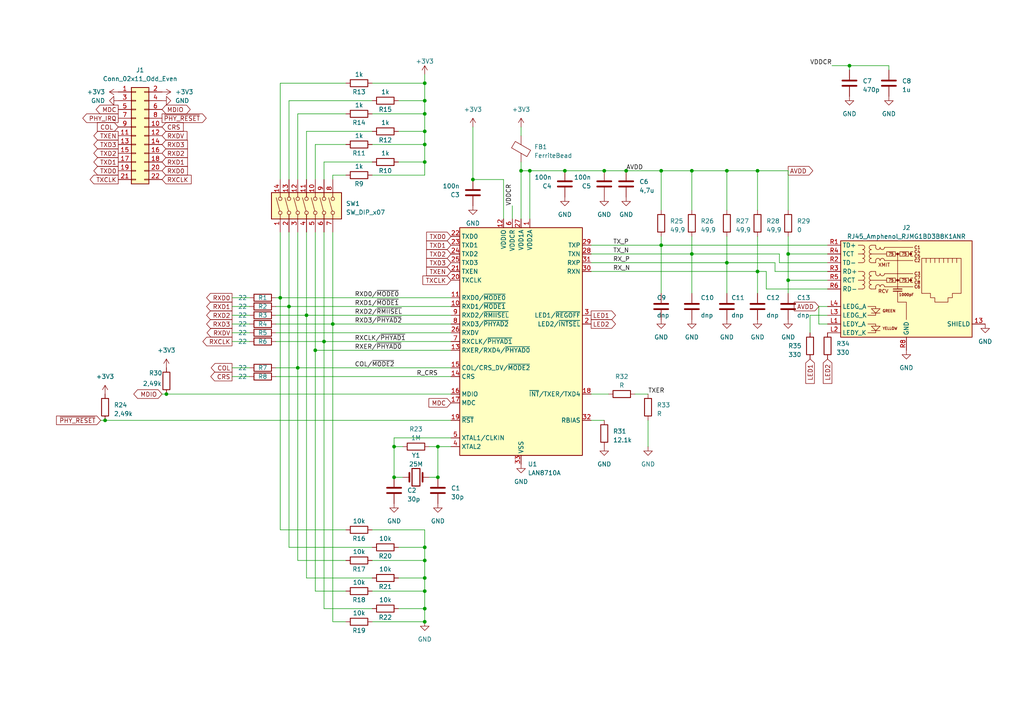
<source format=kicad_sch>
(kicad_sch (version 20231120) (generator "eeschema") (generator_version "8.0")
  (paper "A4")
  (lib_symbols
    (symbol "Connector:RJ45_Amphenol_RJMG1BD3B8K1ANR"
      (property "Reference" "J" (at 19.05 15.24 0))
      (property "Value" "RJ45_Amphenol_RJMG1BD3B8K1ANR" (at -19.05 15.24 0))
      (symbol "RJ45_Amphenol_RJMG1BD3B8K1ANR_0_0"
        (circle (center -2.54 2.54) (radius 0.254) (stroke (width 0.254)) (fill (type outline)))
        (circle (center -2.54 10.16) (radius 0.254) (stroke (width 0.254)) (fill (type outline)))
        (polyline (pts (xy -7.62 -12.065) (xy -10.16 -12.065)))
        (polyline (pts (xy -7.62 -6.985) (xy -10.16 -6.985)))
        (polyline (pts (xy -2.54 10.16) (xy -2.54 0)))
        (polyline (pts (xy -1.27 -0.635) (xy -3.81 -0.635)) (stroke (width 0.254)))
        (polyline (pts (xy -1.27 0) (xy -3.81 0)) (stroke (width 0.254)))
        (polyline (pts (xy 1.27 2.54) (xy 0.635 2.54)))
        (polyline (pts (xy 1.27 10.16) (xy 0.635 10.16)))
        (polyline (pts (xy -11.176 -12.7) (xy -8.89 -12.7) (xy -8.89 -12.065)))
        (polyline (pts (xy -11.176 -10.16) (xy -8.89 -10.16) (xy -8.89 -10.795)))
        (polyline (pts (xy -11.176 -5.08) (xy -8.89 -5.08) (xy -8.89 -5.715)))
        (polyline (pts (xy -8.89 -6.985) (xy -8.89 -7.62) (xy -11.176 -7.62)))
        (polyline (pts (xy -10.16 -5.715) (xy -7.62 -5.715) (xy -8.89 -6.985) (xy -10.16 -5.715)))
        (polyline (pts (xy -7.62 -10.795) (xy -10.16 -10.795) (xy -8.89 -12.065) (xy -7.62 -10.795)))
        (polyline (pts (xy -2.54 -0.635) (xy -2.54 -3.81) (xy 0 -3.81) (xy 0 -8.89)))
        (polyline (pts (xy 1.905 3.175) (xy 1.27 3.175) (xy 1.27 1.905) (xy 1.905 1.905)))
        (polyline (pts (xy 1.905 10.795) (xy 1.27 10.795) (xy 1.27 9.525) (xy 1.905 9.525)))
        (circle (center 1.27 2.54) (radius 0.254) (stroke (width 0.254)) (fill (type outline)))
        (circle (center 1.27 10.16) (radius 0.254) (stroke (width 0.254)) (fill (type outline)))
        (text "1000pF" (at 0 -1.651 0) (effects (font (size 0.762 0.762))))
        (text "75" (at -4.445 2.54 0) (effects (font (size 0.762 0.762))))
        (text "75" (at -4.445 10.16 0) (effects (font (size 0.762 0.762))))
        (text "75" (at -0.635 2.54 0) (effects (font (size 0.762 0.762))))
        (text "75" (at -0.635 10.16 0) (effects (font (size 0.762 0.762))))
        (text "C1" (at 3.175 12.065 0) (effects (font (size 0.889 0.889))))
        (text "C2" (at 3.175 8.255 0) (effects (font (size 0.889 0.889))))
        (text "C3" (at 3.175 4.445 0) (effects (font (size 0.889 0.889))))
        (text "C4" (at 3.175 10.795 0) (effects (font (size 0.889 0.889))))
        (text "C5" (at 3.175 9.525 0) (effects (font (size 0.889 0.889))))
        (text "C6" (at 3.175 0.635 0) (effects (font (size 0.889 0.889))))
        (text "C7" (at 3.175 3.175 0) (effects (font (size 0.889 0.889))))
        (text "C8" (at 3.175 1.905 0) (effects (font (size 0.889 0.889))))
        (text "GREEN" (at -6.985 -6.35 0) (effects (font (size 0.762 0.762)) (justify left)))
        (text "RCV" (at -8.255 -0.635 0) (effects (font (size 1.016 1.016)) (justify left)))
        (text "XMIT" (at -8.255 6.985 0) (effects (font (size 1.016 1.016)) (justify left)))
        (text "YELLOW" (at -6.985 -11.43 0) (effects (font (size 0.762 0.762)) (justify left)))
      )
      (symbol "RJ45_Amphenol_RJMG1BD3B8K1ANR_0_1"
        (rectangle (start -19.05 -13.97) (end 19.05 13.97) (stroke (width 0.254)) (fill (type background)))
        (arc (start -12.7 0) (mid -12.0677 0.635) (end -12.7 1.27))
        (arc (start -12.7 1.27) (mid -12.0677 1.905) (end -12.7 2.54))
        (arc (start -12.7 2.54) (mid -12.0677 3.175) (end -12.7 3.81))
        (arc (start -12.7 3.81) (mid -12.0677 4.445) (end -12.7 5.08))
        (arc (start -12.7 7.62) (mid -12.0677 8.255) (end -12.7 8.89))
        (arc (start -12.7 8.89) (mid -12.0677 9.525) (end -12.7 10.16))
        (arc (start -12.7 10.16) (mid -12.0677 10.795) (end -12.7 11.43))
        (arc (start -12.7 11.43) (mid -12.0677 12.065) (end -12.7 12.7))
        (arc (start -10.16 1.27) (mid -10.7923 0.635) (end -10.16 0))
        (arc (start -10.16 2.54) (mid -10.7923 1.905) (end -10.16 1.27))
        (arc (start -10.16 3.81) (mid -10.7923 3.175) (end -10.16 2.54))
        (arc (start -10.16 5.08) (mid -10.7923 4.445) (end -10.16 3.81))
        (arc (start -10.16 8.89) (mid -10.7923 8.255) (end -10.16 7.62))
        (arc (start -10.16 10.16) (mid -10.7923 9.525) (end -10.16 8.89))
        (arc (start -10.16 11.43) (mid -10.7923 10.795) (end -10.16 10.16))
        (arc (start -10.16 12.7) (mid -10.7923 12.065) (end -10.16 11.43))
        (arc (start -8.89 4.445) (mid -8.255 3.8127) (end -7.62 4.445))
        (arc (start -8.89 12.065) (mid -8.255 11.4327) (end -7.62 12.065))
        (arc (start -7.62 0.635) (mid -8.255 1.2673) (end -8.89 0.635))
        (arc (start -7.62 4.445) (mid -6.985 3.8127) (end -6.35 4.445))
        (arc (start -7.62 8.255) (mid -8.255 8.8873) (end -8.89 8.255))
        (arc (start -7.62 12.065) (mid -6.985 11.4327) (end -6.35 12.065))
        (arc (start -6.35 0.635) (mid -6.985 1.2673) (end -7.62 0.635))
        (arc (start -6.35 8.255) (mid -6.985 8.8873) (end -7.62 8.255))
        (rectangle (start -5.715 3.175) (end -3.175 1.905))
        (rectangle (start -5.715 10.795) (end -3.175 9.525))
        (rectangle (start -1.905 3.175) (end 0.635 1.905))
        (rectangle (start -1.905 10.795) (end 0.635 9.525))
        (polyline (pts (xy -12.7 0) (xy -13.97 0)))
        (polyline (pts (xy -12.7 2.54) (xy -13.97 2.54)))
        (polyline (pts (xy -12.7 5.08) (xy -13.97 5.08)))
        (polyline (pts (xy -12.7 7.62) (xy -13.97 7.62)))
        (polyline (pts (xy -12.7 10.16) (xy -13.97 10.16)))
        (polyline (pts (xy -12.7 12.7) (xy -13.97 12.7)))
        (polyline (pts (xy -6.35 0.635) (xy 1.905 0.635)))
        (polyline (pts (xy -6.35 4.445) (xy 1.905 4.445)))
        (polyline (pts (xy -6.35 8.255) (xy 1.905 8.255)))
        (polyline (pts (xy -6.35 12.065) (xy 1.905 12.065)))
        (polyline (pts (xy -5.715 2.54) (xy -10.16 2.54)))
        (polyline (pts (xy -5.715 10.16) (xy -10.16 10.16)))
        (polyline (pts (xy -3.175 2.54) (xy -1.905 2.54)))
        (polyline (pts (xy -3.175 10.16) (xy -1.905 10.16)))
        (polyline (pts (xy 5.715 7.62) (xy 5.715 8.89)))
        (polyline (pts (xy 6.985 8.89) (xy 6.985 7.62)))
        (polyline (pts (xy 8.255 8.89) (xy 8.255 7.62)))
        (polyline (pts (xy 9.525 8.89) (xy 9.525 7.62)))
        (polyline (pts (xy 10.795 8.89) (xy 10.795 7.62)))
        (polyline (pts (xy 12.065 8.89) (xy 12.065 7.62)))
        (polyline (pts (xy 13.335 7.62) (xy 13.335 8.89)))
        (polyline (pts (xy 14.605 7.62) (xy 14.605 8.89)))
        (polyline (pts (xy -10.16 5.08) (xy -8.89 5.08) (xy -8.89 4.445)))
        (polyline (pts (xy -10.16 12.7) (xy -8.89 12.7) (xy -8.89 12.065)))
        (polyline (pts (xy -8.89 0.635) (xy -8.89 0) (xy -10.16 0)))
        (polyline (pts (xy -8.89 8.255) (xy -8.89 7.62) (xy -10.16 7.62)))
        (polyline (pts (xy 4.445 8.89) (xy 15.875 8.89) (xy 15.875 -1.27) (xy 13.335 -1.27) (xy 13.335 -2.54) (xy 12.065 -2.54) (xy 12.065 -3.81) (xy 8.255 -3.81) (xy 8.255 -2.54) (xy 6.985 -2.54) (xy 6.985 -1.27) (xy 4.445 -1.27) (xy 4.445 8.89)))
      )
      (symbol "RJ45_Amphenol_RJMG1BD3B8K1ANR_1_1"
        (pin passive line (at 22.86 -10.16 180) (length 3.81) (name "SHIELD") (number "13"))
        (pin passive line (at -22.86 -10.16 0) (length 3.81) (name "LEDY_A") (number "L1"))
        (pin passive line (at -22.86 -12.7 0) (length 3.81) (name "LEDY_K") (number "L2"))
        (pin passive line (at -22.86 -7.62 0) (length 3.81) (name "LEDG_K") (number "L3"))
        (pin passive line (at -22.86 -5.08 0) (length 3.81) (name "LEDG_A") (number "L4"))
        (pin passive line (at -22.86 12.7 0) (length 3.81) (name "TD+") (number "R1"))
        (pin passive line (at -22.86 7.62 0) (length 3.81) (name "TD-") (number "R2"))
        (pin passive line (at -22.86 5.08 0) (length 3.81) (name "RD+") (number "R3"))
        (pin passive line (at -22.86 10.16 0) (length 3.81) (name "TCT") (number "R4"))
        (pin passive line (at -22.86 2.54 0) (length 3.81) (name "RCT") (number "R5"))
        (pin passive line (at -22.86 0 0) (length 3.81) (name "RD-") (number "R6"))
        (pin no_connect line (at 5.08 -5.08 0) (length 0) hide (name "NC") (number "R7"))
        (pin power_in line (at 0 -17.78 90) (length 3.81) (name "GND") (number "R8"))
      )
    )
    (symbol "Connector_Generic:Conn_02x11_Odd_Even" (pin_names (offset 1.016) hide)
      (property "Reference" "J" (at 1.27 15.24 0))
      (property "Value" "Conn_02x11_Odd_Even" (at 1.27 -15.24 0))
      (symbol "Conn_02x11_Odd_Even_1_1"
        (rectangle (start -1.27 -12.573) (end 0 -12.827) (stroke (width 0.1524)))
        (rectangle (start -1.27 -10.033) (end 0 -10.287) (stroke (width 0.1524)))
        (rectangle (start -1.27 -7.493) (end 0 -7.747) (stroke (width 0.1524)))
        (rectangle (start -1.27 -4.953) (end 0 -5.207) (stroke (width 0.1524)))
        (rectangle (start -1.27 -2.413) (end 0 -2.667) (stroke (width 0.1524)))
        (rectangle (start -1.27 0.127) (end 0 -0.127) (stroke (width 0.1524)))
        (rectangle (start -1.27 2.667) (end 0 2.413) (stroke (width 0.1524)))
        (rectangle (start -1.27 5.207) (end 0 4.953) (stroke (width 0.1524)))
        (rectangle (start -1.27 7.747) (end 0 7.493) (stroke (width 0.1524)))
        (rectangle (start -1.27 10.287) (end 0 10.033) (stroke (width 0.1524)))
        (rectangle (start -1.27 12.827) (end 0 12.573) (stroke (width 0.1524)))
        (rectangle (start -1.27 13.97) (end 3.81 -13.97) (stroke (width 0.254)) (fill (type background)))
        (rectangle (start 3.81 -12.573) (end 2.54 -12.827) (stroke (width 0.1524)))
        (rectangle (start 3.81 -10.033) (end 2.54 -10.287) (stroke (width 0.1524)))
        (rectangle (start 3.81 -7.493) (end 2.54 -7.747) (stroke (width 0.1524)))
        (rectangle (start 3.81 -4.953) (end 2.54 -5.207) (stroke (width 0.1524)))
        (rectangle (start 3.81 -2.413) (end 2.54 -2.667) (stroke (width 0.1524)))
        (rectangle (start 3.81 0.127) (end 2.54 -0.127) (stroke (width 0.1524)))
        (rectangle (start 3.81 2.667) (end 2.54 2.413) (stroke (width 0.1524)))
        (rectangle (start 3.81 5.207) (end 2.54 4.953) (stroke (width 0.1524)))
        (rectangle (start 3.81 7.747) (end 2.54 7.493) (stroke (width 0.1524)))
        (rectangle (start 3.81 10.287) (end 2.54 10.033) (stroke (width 0.1524)))
        (rectangle (start 3.81 12.827) (end 2.54 12.573) (stroke (width 0.1524)))
        (pin passive line (at -5.08 12.7 0) (length 3.81) (name "Pin_1") (number "1"))
        (pin passive line (at 7.62 2.54 180) (length 3.81) (name "Pin_10") (number "10"))
        (pin passive line (at -5.08 0 0) (length 3.81) (name "Pin_11") (number "11"))
        (pin passive line (at 7.62 0 180) (length 3.81) (name "Pin_12") (number "12"))
        (pin passive line (at -5.08 -2.54 0) (length 3.81) (name "Pin_13") (number "13"))
        (pin passive line (at 7.62 -2.54 180) (length 3.81) (name "Pin_14") (number "14"))
        (pin passive line (at -5.08 -5.08 0) (length 3.81) (name "Pin_15") (number "15"))
        (pin passive line (at 7.62 -5.08 180) (length 3.81) (name "Pin_16") (number "16"))
        (pin passive line (at -5.08 -7.62 0) (length 3.81) (name "Pin_17") (number "17"))
        (pin passive line (at 7.62 -7.62 180) (length 3.81) (name "Pin_18") (number "18"))
        (pin passive line (at -5.08 -10.16 0) (length 3.81) (name "Pin_19") (number "19"))
        (pin passive line (at 7.62 12.7 180) (length 3.81) (name "Pin_2") (number "2"))
        (pin passive line (at 7.62 -10.16 180) (length 3.81) (name "Pin_20") (number "20"))
        (pin passive line (at -5.08 -12.7 0) (length 3.81) (name "Pin_21") (number "21"))
        (pin passive line (at 7.62 -12.7 180) (length 3.81) (name "Pin_22") (number "22"))
        (pin passive line (at -5.08 10.16 0) (length 3.81) (name "Pin_3") (number "3"))
        (pin passive line (at 7.62 10.16 180) (length 3.81) (name "Pin_4") (number "4"))
        (pin passive line (at -5.08 7.62 0) (length 3.81) (name "Pin_5") (number "5"))
        (pin passive line (at 7.62 7.62 180) (length 3.81) (name "Pin_6") (number "6"))
        (pin passive line (at -5.08 5.08 0) (length 3.81) (name "Pin_7") (number "7"))
        (pin passive line (at 7.62 5.08 180) (length 3.81) (name "Pin_8") (number "8"))
        (pin passive line (at -5.08 2.54 0) (length 3.81) (name "Pin_9") (number "9"))
      )
    )
    (symbol "Device:C" (pin_numbers hide) (pin_names (offset 0.254))
      (property "Reference" "C" (at 0.635 2.54 0))
      (property "Value" "C" (at 0.635 -2.54 0))
      (symbol "C_0_1"
        (polyline (pts (xy -2.032 -0.762) (xy 2.032 -0.762)) (stroke (width 0.508)))
        (polyline (pts (xy -2.032 0.762) (xy 2.032 0.762)) (stroke (width 0.508)))
      )
      (symbol "C_1_1"
        (pin passive line (at 0 3.81 270) (length 2.794) (name "~") (number "1"))
        (pin passive line (at 0 -3.81 90) (length 2.794) (name "~") (number "2"))
      )
    )
    (symbol "Device:Crystal" (pin_numbers hide) (pin_names (offset 1.016) hide)
      (property "Reference" "Y" (at 0 3.81 0))
      (property "Value" "Crystal" (at 0 -3.81 0))
      (symbol "Crystal_0_1"
        (rectangle (start -1.143 2.54) (end 1.143 -2.54) (stroke (width 0.3048)))
        (polyline (pts (xy -2.54 0) (xy -1.905 0)))
        (polyline (pts (xy -1.905 -1.27) (xy -1.905 1.27)) (stroke (width 0.508)))
        (polyline (pts (xy 1.905 -1.27) (xy 1.905 1.27)) (stroke (width 0.508)))
        (polyline (pts (xy 2.54 0) (xy 1.905 0)))
      )
      (symbol "Crystal_1_1"
        (pin passive line (at -3.81 0 0) (length 1.27) (name "1") (number "1"))
        (pin passive line (at 3.81 0 180) (length 1.27) (name "2") (number "2"))
      )
    )
    (symbol "Device:FerriteBead" (pin_numbers hide) (pin_names (offset 0))
      (property "Reference" "FB" (at -3.81 0.635 90))
      (property "Value" "FerriteBead" (at 3.81 0 90))
      (symbol "FerriteBead_0_1"
        (polyline (pts (xy 0 -1.27) (xy 0 -1.2192)))
        (polyline (pts (xy 0 1.27) (xy 0 1.2954)))
        (polyline (pts (xy -2.7686 0.4064) (xy -1.7018 2.2606) (xy 2.7686 -0.3048) (xy 1.6764 -2.159) (xy -2.7686 0.4064)))
      )
      (symbol "FerriteBead_1_1"
        (pin passive line (at 0 3.81 270) (length 2.54) (name "~") (number "1"))
        (pin passive line (at 0 -3.81 90) (length 2.54) (name "~") (number "2"))
      )
    )
    (symbol "Device:R" (pin_numbers hide) (pin_names (offset 0))
      (property "Reference" "R" (at 2.032 0 90))
      (property "Value" "R" (at 0 0 90))
      (symbol "R_0_1"
        (rectangle (start -1.016 -2.54) (end 1.016 2.54) (stroke (width 0.254)))
      )
      (symbol "R_1_1"
        (pin passive line (at 0 3.81 270) (length 1.27) (name "~") (number "1"))
        (pin passive line (at 0 -3.81 90) (length 1.27) (name "~") (number "2"))
      )
    )
    (symbol "Interface_Ethernet:LAN8710A"
      (property "Reference" "U" (at -13.97 34.29 0))
      (property "Value" "LAN8710A" (at 17.78 34.29 0))
      (symbol "LAN8710A_0_1"
        (rectangle (start -17.78 33.02) (end 17.78 -33.02) (stroke (width 0.254)) (fill (type background)))
      )
      (symbol "LAN8710A_1_1"
        (pin power_in line (at 2.54 35.56 270) (length 2.54) (name "VDD2A") (number "1"))
        (pin bidirectional line (at -20.32 10.16 0) (length 2.54) (name "RXD1/~{MODE1}") (number "10"))
        (pin bidirectional line (at -20.32 12.7 0) (length 2.54) (name "RXD0/~{MODE0}") (number "11"))
        (pin power_in line (at -5.08 35.56 270) (length 2.54) (name "VDDIO") (number "12"))
        (pin bidirectional line (at -20.32 -2.54 0) (length 2.54) (name "RXER/RXD4/~{PHYAD0}") (number "13"))
        (pin output line (at -20.32 -10.16 0) (length 2.54) (name "CRS") (number "14"))
        (pin bidirectional line (at -20.32 -7.62 0) (length 2.54) (name "COL/CRS_DV/~{MODE2}") (number "15"))
        (pin bidirectional line (at -20.32 -15.24 0) (length 2.54) (name "MDIO") (number "16"))
        (pin input line (at -20.32 -17.78 0) (length 2.54) (name "MDC") (number "17"))
        (pin bidirectional line (at 20.32 -15.24 180) (length 2.54) (name "~{INT}/TXER/TXD4") (number "18"))
        (pin input line (at -20.32 -22.86 0) (length 2.54) (name "~{RST}") (number "19"))
        (pin bidirectional line (at 20.32 5.08 180) (length 2.54) (name "LED2/~{INTSEL}") (number "2"))
        (pin output line (at -20.32 17.78 0) (length 2.54) (name "TXCLK") (number "20"))
        (pin input line (at -20.32 20.32 0) (length 2.54) (name "TXEN") (number "21"))
        (pin input line (at -20.32 30.48 0) (length 2.54) (name "TXD0") (number "22"))
        (pin input line (at -20.32 27.94 0) (length 2.54) (name "TXD1") (number "23"))
        (pin input line (at -20.32 25.4 0) (length 2.54) (name "TXD2") (number "24"))
        (pin input line (at -20.32 22.86 0) (length 2.54) (name "TXD3") (number "25"))
        (pin output line (at -20.32 2.54 0) (length 2.54) (name "RXDV") (number "26"))
        (pin power_in line (at 0 35.56 270) (length 2.54) (name "VDD1A") (number "27"))
        (pin bidirectional line (at 20.32 25.4 180) (length 2.54) (name "TXN") (number "28"))
        (pin bidirectional line (at 20.32 27.94 180) (length 2.54) (name "TXP") (number "29"))
        (pin bidirectional line (at 20.32 7.62 180) (length 2.54) (name "LED1/~{REGOFF}") (number "3"))
        (pin bidirectional line (at 20.32 20.32 180) (length 2.54) (name "RXN") (number "30"))
        (pin bidirectional line (at 20.32 22.86 180) (length 2.54) (name "RXP") (number "31"))
        (pin passive line (at 20.32 -22.86 180) (length 2.54) (name "RBIAS") (number "32"))
        (pin power_in line (at 0 -35.56 90) (length 2.54) (name "VSS") (number "33"))
        (pin output line (at -20.32 -30.48 0) (length 2.54) (name "XTAL2") (number "4"))
        (pin input line (at -20.32 -27.94 0) (length 2.54) (name "XTAL1/CLKIN") (number "5"))
        (pin power_in line (at -2.54 35.56 270) (length 2.54) (name "VDDCR") (number "6"))
        (pin bidirectional line (at -20.32 0 0) (length 2.54) (name "RXCLK/~{PHYAD1}") (number "7"))
        (pin bidirectional line (at -20.32 5.08 0) (length 2.54) (name "RXD3/~{PHYAD2}") (number "8"))
        (pin bidirectional line (at -20.32 7.62 0) (length 2.54) (name "RXD2/~{RMIISEL}") (number "9"))
      )
    )
    (symbol "Switch:SW_DIP_x07" (pin_names (offset 0) hide)
      (property "Reference" "SW" (at 0 13.97 0))
      (property "Value" "SW_DIP_x07" (at 0 -8.89 0))
      (symbol "SW_DIP_x07_0_0"
        (circle (center -2.032 -5.08) (radius 0.508))
        (circle (center -2.032 -2.54) (radius 0.508))
        (circle (center -2.032 0) (radius 0.508))
        (circle (center -2.032 2.54) (radius 0.508))
        (circle (center -2.032 5.08) (radius 0.508))
        (circle (center -2.032 7.62) (radius 0.508))
        (circle (center -2.032 10.16) (radius 0.508))
        (polyline (pts (xy -1.524 -4.9276) (xy 2.3622 -3.8862)))
        (polyline (pts (xy -1.524 -2.3876) (xy 2.3622 -1.3462)))
        (polyline (pts (xy -1.524 0.127) (xy 2.3622 1.1684)))
        (polyline (pts (xy -1.524 2.667) (xy 2.3622 3.7084)))
        (polyline (pts (xy -1.524 5.207) (xy 2.3622 6.2484)))
        (polyline (pts (xy -1.524 7.747) (xy 2.3622 8.7884)))
        (polyline (pts (xy -1.524 10.287) (xy 2.3622 11.3284)))
        (circle (center 2.032 -5.08) (radius 0.508))
        (circle (center 2.032 -2.54) (radius 0.508))
        (circle (center 2.032 0) (radius 0.508))
        (circle (center 2.032 2.54) (radius 0.508))
        (circle (center 2.032 5.08) (radius 0.508))
        (circle (center 2.032 7.62) (radius 0.508))
        (circle (center 2.032 10.16) (radius 0.508))
      )
      (symbol "SW_DIP_x07_0_1"
        (rectangle (start -3.81 12.7) (end 3.81 -7.62) (stroke (width 0.254)) (fill (type background)))
      )
      (symbol "SW_DIP_x07_1_1"
        (pin passive line (at -7.62 10.16 0) (length 5.08) (name "~") (number "1"))
        (pin passive line (at 7.62 0 180) (length 5.08) (name "~") (number "10"))
        (pin passive line (at 7.62 2.54 180) (length 5.08) (name "~") (number "11"))
        (pin passive line (at 7.62 5.08 180) (length 5.08) (name "~") (number "12"))
        (pin passive line (at 7.62 7.62 180) (length 5.08) (name "~") (number "13"))
        (pin passive line (at 7.62 10.16 180) (length 5.08) (name "~") (number "14"))
        (pin passive line (at -7.62 7.62 0) (length 5.08) (name "~") (number "2"))
        (pin passive line (at -7.62 5.08 0) (length 5.08) (name "~") (number "3"))
        (pin passive line (at -7.62 2.54 0) (length 5.08) (name "~") (number "4"))
        (pin passive line (at -7.62 0 0) (length 5.08) (name "~") (number "5"))
        (pin passive line (at -7.62 -2.54 0) (length 5.08) (name "~") (number "6"))
        (pin passive line (at -7.62 -5.08 0) (length 5.08) (name "~") (number "7"))
        (pin passive line (at 7.62 -5.08 180) (length 5.08) (name "~") (number "8"))
        (pin passive line (at 7.62 -2.54 180) (length 5.08) (name "~") (number "9"))
      )
    )
    (symbol "power:+3V3" (power) (pin_names (offset 0))
      (property "Value" "+3V3" (at 0 3.556 0))
      (symbol "+3V3_0_1"
        (polyline (pts (xy -0.762 1.27) (xy 0 2.54)))
        (polyline (pts (xy 0 0) (xy 0 2.54)))
        (polyline (pts (xy 0 2.54) (xy 0.762 1.27)))
      )
      (symbol "+3V3_1_1"
        (pin power_in line (at 0 0 90) (length 0) hide (name "+3V3") (number "1"))
      )
    )
    (symbol "power:GND" (power) (pin_names (offset 0))
      (property "Value" "GND" (at 0 -3.81 0))
      (symbol "GND_0_1"
        (polyline (pts (xy 0 0) (xy 0 -1.27) (xy 1.27 -1.27) (xy 0 -2.54) (xy -1.27 -1.27) (xy 0 -1.27)))
      )
      (symbol "GND_1_1"
        (pin power_in line (at 0 0 270) (length 0) hide (name "GND") (number "1"))
      )
    )
  )
  (junction (at 91.44 101.6))
  (junction (at 191.77 71.12))
  (junction (at 200.66 49.53))
  (junction (at 246.38 19.05))
  (junction (at 123.19 180.34))
  (junction (at 181.61 49.53))
  (junction (at 219.71 49.53))
  (junction (at 114.3 138.43))
  (junction (at 210.82 49.53))
  (junction (at 123.19 46.99))
  (junction (at 151.13 49.53))
  (junction (at 123.19 162.56))
  (junction (at 48.26 114.3))
  (junction (at 228.6 81.28))
  (junction (at 81.28 86.36))
  (junction (at 228.6 73.66))
  (junction (at 86.36 106.68))
  (junction (at 83.82 88.9))
  (junction (at 123.19 33.02))
  (junction (at 163.83 49.53))
  (junction (at 123.19 176.53))
  (junction (at 153.67 49.53))
  (junction (at 127 129.54))
  (junction (at 123.19 41.91))
  (junction (at 30.48 121.92))
  (junction (at 123.19 158.75))
  (junction (at 191.77 49.53))
  (junction (at 93.98 99.06))
  (junction (at 123.19 24.13))
  (junction (at 96.52 93.98))
  (junction (at 200.66 73.66))
  (junction (at 114.3 129.54))
  (junction (at 210.82 76.2))
  (junction (at 123.19 167.64))
  (junction (at 175.26 49.53))
  (junction (at 127 138.43))
  (junction (at 137.16 52.07))
  (junction (at 219.71 78.74))
  (junction (at 123.19 38.1))
  (junction (at 123.19 29.21))
  (junction (at 88.9 91.44))
  (junction (at 123.19 171.45))
  (wire (pts (xy 210.82 49.53) (xy 210.82 60.96)))
  (wire (pts (xy 114.3 138.43) (xy 116.84 138.43)))
  (wire (pts (xy 91.44 171.45) (xy 100.33 171.45)))
  (wire (pts (xy 123.19 41.91) (xy 123.19 46.99)))
  (wire (pts (xy 124.46 129.54) (xy 127 129.54)))
  (wire (pts (xy 123.19 153.67) (xy 123.19 158.75)))
  (wire (pts (xy 123.19 158.75) (xy 123.19 162.56)))
  (wire (pts (xy 219.71 68.58) (xy 219.71 78.74)))
  (wire (pts (xy 107.95 38.1) (xy 88.9 38.1)))
  (wire (pts (xy 48.26 114.3) (xy 130.81 114.3)))
  (wire (pts (xy 80.01 109.22) (xy 130.81 109.22)))
  (wire (pts (xy 175.26 49.53) (xy 181.61 49.53)))
  (wire (pts (xy 171.45 121.92) (xy 175.26 121.92)))
  (wire (pts (xy 237.49 88.9) (xy 240.03 88.9)))
  (wire (pts (xy 81.28 24.13) (xy 81.28 52.07)))
  (wire (pts (xy 146.05 63.5) (xy 146.05 52.07)))
  (wire (pts (xy 123.19 38.1) (xy 123.19 41.91)))
  (wire (pts (xy 83.82 88.9) (xy 83.82 158.75)))
  (wire (pts (xy 107.95 41.91) (xy 123.19 41.91)))
  (wire (pts (xy 115.57 158.75) (xy 123.19 158.75)))
  (wire (pts (xy 83.82 52.07) (xy 83.82 29.21)))
  (wire (pts (xy 226.06 73.66) (xy 200.66 73.66)))
  (wire (pts (xy 114.3 127) (xy 114.3 129.54)))
  (wire (pts (xy 151.13 46.99) (xy 151.13 49.53)))
  (wire (pts (xy 228.6 81.28) (xy 240.03 81.28)))
  (wire (pts (xy 88.9 167.64) (xy 107.95 167.64)))
  (wire (pts (xy 80.01 91.44) (xy 88.9 91.44)))
  (wire (pts (xy 123.19 162.56) (xy 123.19 167.64)))
  (wire (pts (xy 219.71 78.74) (xy 219.71 85.09)))
  (wire (pts (xy 100.33 33.02) (xy 86.36 33.02)))
  (wire (pts (xy 80.01 106.68) (xy 86.36 106.68)))
  (wire (pts (xy 123.19 33.02) (xy 123.19 38.1)))
  (wire (pts (xy 67.31 91.44) (xy 72.39 91.44)))
  (wire (pts (xy 246.38 19.05) (xy 257.81 19.05)))
  (wire (pts (xy 88.9 91.44) (xy 130.81 91.44)))
  (wire (pts (xy 91.44 52.07) (xy 91.44 41.91)))
  (wire (pts (xy 100.33 180.34) (xy 96.52 180.34)))
  (wire (pts (xy 91.44 67.31) (xy 91.44 101.6)))
  (wire (pts (xy 86.36 33.02) (xy 86.36 52.07)))
  (wire (pts (xy 222.25 83.82) (xy 240.03 83.82)))
  (wire (pts (xy 151.13 36.83) (xy 151.13 39.37)))
  (wire (pts (xy 181.61 49.53) (xy 191.77 49.53)))
  (wire (pts (xy 219.71 78.74) (xy 222.25 78.74)))
  (wire (pts (xy 200.66 73.66) (xy 200.66 85.09)))
  (wire (pts (xy 228.6 49.53) (xy 228.6 60.96)))
  (wire (pts (xy 100.33 24.13) (xy 81.28 24.13)))
  (wire (pts (xy 241.3 19.05) (xy 246.38 19.05)))
  (wire (pts (xy 123.19 46.99) (xy 123.19 50.8)))
  (wire (pts (xy 114.3 129.54) (xy 116.84 129.54)))
  (wire (pts (xy 80.01 93.98) (xy 96.52 93.98)))
  (wire (pts (xy 187.96 121.92) (xy 187.96 129.54)))
  (wire (pts (xy 81.28 86.36) (xy 81.28 153.67)))
  (wire (pts (xy 171.45 71.12) (xy 191.77 71.12)))
  (wire (pts (xy 240.03 93.98) (xy 237.49 93.98)))
  (wire (pts (xy 123.19 180.34) (xy 107.95 180.34)))
  (wire (pts (xy 96.52 50.8) (xy 96.52 52.07)))
  (wire (pts (xy 96.52 67.31) (xy 96.52 93.98)))
  (wire (pts (xy 200.66 49.53) (xy 200.66 60.96)))
  (wire (pts (xy 153.67 63.5) (xy 153.67 49.53)))
  (wire (pts (xy 191.77 71.12) (xy 240.03 71.12)))
  (wire (pts (xy 224.79 78.74) (xy 240.03 78.74)))
  (wire (pts (xy 137.16 36.83) (xy 137.16 52.07)))
  (wire (pts (xy 91.44 101.6) (xy 130.81 101.6)))
  (wire (pts (xy 127 129.54) (xy 127 138.43)))
  (wire (pts (xy 93.98 46.99) (xy 93.98 52.07)))
  (wire (pts (xy 127 129.54) (xy 130.81 129.54)))
  (wire (pts (xy 88.9 91.44) (xy 88.9 167.64)))
  (wire (pts (xy 222.25 78.74) (xy 222.25 83.82)))
  (wire (pts (xy 191.77 49.53) (xy 200.66 49.53)))
  (wire (pts (xy 107.95 162.56) (xy 123.19 162.56)))
  (wire (pts (xy 237.49 93.98) (xy 237.49 88.9)))
  (wire (pts (xy 67.31 88.9) (xy 72.39 88.9)))
  (wire (pts (xy 80.01 86.36) (xy 81.28 86.36)))
  (wire (pts (xy 67.31 93.98) (xy 72.39 93.98)))
  (wire (pts (xy 153.67 49.53) (xy 151.13 49.53)))
  (wire (pts (xy 171.45 76.2) (xy 210.82 76.2)))
  (wire (pts (xy 48.26 114.3) (xy 46.99 114.3)))
  (wire (pts (xy 124.46 138.43) (xy 127 138.43)))
  (wire (pts (xy 86.36 67.31) (xy 86.36 106.68)))
  (wire (pts (xy 123.19 50.8) (xy 107.95 50.8)))
  (wire (pts (xy 228.6 68.58) (xy 228.6 73.66)))
  (wire (pts (xy 80.01 99.06) (xy 93.98 99.06)))
  (wire (pts (xy 93.98 176.53) (xy 107.95 176.53)))
  (wire (pts (xy 228.6 73.66) (xy 240.03 73.66)))
  (wire (pts (xy 200.66 73.66) (xy 171.45 73.66)))
  (wire (pts (xy 80.01 96.52) (xy 130.81 96.52)))
  (wire (pts (xy 171.45 114.3) (xy 176.53 114.3)))
  (wire (pts (xy 234.95 91.44) (xy 234.95 96.52)))
  (wire (pts (xy 93.98 67.31) (xy 93.98 99.06)))
  (wire (pts (xy 228.6 81.28) (xy 228.6 85.09)))
  (wire (pts (xy 80.01 88.9) (xy 83.82 88.9)))
  (wire (pts (xy 115.57 176.53) (xy 123.19 176.53)))
  (wire (pts (xy 130.81 127) (xy 114.3 127)))
  (wire (pts (xy 96.52 93.98) (xy 96.52 180.34)))
  (wire (pts (xy 191.77 71.12) (xy 191.77 85.09)))
  (wire (pts (xy 91.44 41.91) (xy 100.33 41.91)))
  (wire (pts (xy 123.19 171.45) (xy 123.19 176.53)))
  (wire (pts (xy 210.82 76.2) (xy 224.79 76.2)))
  (wire (pts (xy 67.31 96.52) (xy 72.39 96.52)))
  (wire (pts (xy 107.95 153.67) (xy 123.19 153.67)))
  (wire (pts (xy 100.33 50.8) (xy 96.52 50.8)))
  (wire (pts (xy 123.19 21.59) (xy 123.19 24.13)))
  (wire (pts (xy 115.57 29.21) (xy 123.19 29.21)))
  (wire (pts (xy 115.57 167.64) (xy 123.19 167.64)))
  (wire (pts (xy 240.03 91.44) (xy 234.95 91.44)))
  (wire (pts (xy 184.15 114.3) (xy 187.96 114.3)))
  (wire (pts (xy 67.31 86.36) (xy 72.39 86.36)))
  (wire (pts (xy 29.21 121.92) (xy 30.48 121.92)))
  (wire (pts (xy 123.19 167.64) (xy 123.19 171.45)))
  (wire (pts (xy 146.05 52.07) (xy 137.16 52.07)))
  (wire (pts (xy 30.48 121.92) (xy 130.81 121.92)))
  (wire (pts (xy 107.95 46.99) (xy 93.98 46.99)))
  (wire (pts (xy 107.95 33.02) (xy 123.19 33.02)))
  (wire (pts (xy 219.71 78.74) (xy 171.45 78.74)))
  (wire (pts (xy 114.3 138.43) (xy 114.3 129.54)))
  (wire (pts (xy 246.38 19.05) (xy 246.38 20.32)))
  (wire (pts (xy 67.31 109.22) (xy 72.39 109.22)))
  (wire (pts (xy 200.66 68.58) (xy 200.66 73.66)))
  (wire (pts (xy 163.83 49.53) (xy 175.26 49.53)))
  (wire (pts (xy 219.71 49.53) (xy 210.82 49.53)))
  (wire (pts (xy 86.36 106.68) (xy 130.81 106.68)))
  (wire (pts (xy 91.44 101.6) (xy 91.44 171.45)))
  (wire (pts (xy 93.98 99.06) (xy 93.98 176.53)))
  (wire (pts (xy 67.31 106.68) (xy 72.39 106.68)))
  (wire (pts (xy 107.95 158.75) (xy 83.82 158.75)))
  (wire (pts (xy 151.13 49.53) (xy 151.13 63.5)))
  (wire (pts (xy 107.95 24.13) (xy 123.19 24.13)))
  (wire (pts (xy 123.19 24.13) (xy 123.19 29.21)))
  (wire (pts (xy 210.82 76.2) (xy 210.82 85.09)))
  (wire (pts (xy 130.81 99.06) (xy 93.98 99.06)))
  (wire (pts (xy 67.31 99.06) (xy 72.39 99.06)))
  (wire (pts (xy 153.67 49.53) (xy 163.83 49.53)))
  (wire (pts (xy 81.28 86.36) (xy 130.81 86.36)))
  (wire (pts (xy 83.82 88.9) (xy 83.82 67.31)))
  (wire (pts (xy 83.82 29.21) (xy 107.95 29.21)))
  (wire (pts (xy 123.19 176.53) (xy 123.19 180.34)))
  (wire (pts (xy 226.06 76.2) (xy 226.06 73.66)))
  (wire (pts (xy 191.77 49.53) (xy 191.77 60.96)))
  (wire (pts (xy 88.9 38.1) (xy 88.9 52.07)))
  (wire (pts (xy 191.77 71.12) (xy 191.77 68.58)))
  (wire (pts (xy 86.36 162.56) (xy 100.33 162.56)))
  (wire (pts (xy 240.03 76.2) (xy 226.06 76.2)))
  (wire (pts (xy 257.81 20.32) (xy 257.81 19.05)))
  (wire (pts (xy 88.9 67.31) (xy 88.9 91.44)))
  (wire (pts (xy 115.57 38.1) (xy 123.19 38.1)))
  (wire (pts (xy 107.95 171.45) (xy 123.19 171.45)))
  (wire (pts (xy 83.82 88.9) (xy 130.81 88.9)))
  (wire (pts (xy 228.6 73.66) (xy 228.6 81.28)))
  (wire (pts (xy 210.82 76.2) (xy 210.82 68.58)))
  (wire (pts (xy 123.19 29.21) (xy 123.19 33.02)))
  (wire (pts (xy 96.52 93.98) (xy 130.81 93.98)))
  (wire (pts (xy 115.57 46.99) (xy 123.19 46.99)))
  (wire (pts (xy 219.71 60.96) (xy 219.71 49.53)))
  (wire (pts (xy 219.71 49.53) (xy 228.6 49.53)))
  (wire (pts (xy 200.66 49.53) (xy 210.82 49.53)))
  (wire (pts (xy 224.79 76.2) (xy 224.79 78.74)))
  (wire (pts (xy 86.36 106.68) (xy 86.36 162.56)))
  (wire (pts (xy 81.28 67.31) (xy 81.28 86.36)))
  (wire (pts (xy 81.28 153.67) (xy 100.33 153.67)))
  (wire (pts (xy 148.59 59.69) (xy 148.59 63.5)))
  (label "AVDD" (at 181.61 49.53 0))
  (label "VDDCR" (at 148.59 59.69 90))
  (label "VDDCR" (at 241.3 19.05 180))
  (label "RXD1{slash}~{MODE1}" (at 102.87 88.9 0))
  (label "R_CRS" (at 127 109.22 180))
  (label "TX_P" (at 177.8 71.12 0))
  (label "RXCLK{slash}~{PHYAD1}" (at 102.87 99.06 0))
  (label "TXER" (at 187.96 114.3 0))
  (label "RXD3{slash}~{PHYAD2}" (at 102.87 93.98 0))
  (label "RX_P" (at 177.8 76.2 0))
  (label "RXER{slash}~{PHYAD0}" (at 102.87 101.6 0))
  (label "TX_N" (at 177.8 73.66 0))
  (label "RXD0{slash}~{MODE0}" (at 102.87 86.36 0))
  (label "RX_N" (at 177.8 78.74 0))
  (label "RXD2{slash}~{RMIISEL}" (at 102.87 91.44 0))
  (label "COL{slash}~{MODE2}" (at 102.87 106.68 0))
  (global_label "TXD1" (shape output) (at 34.29 46.99 180) (property "Intersheetrefs" "${INTERSHEET_REFS}" (effects (hide yes))))
  (global_label "CRS" (shape output) (at 67.31 109.22 180) (property "Intersheetrefs" "${INTERSHEET_REFS}" (effects (hide yes))))
  (global_label "TXD1" (shape input) (at 130.81 71.12 180) (property "Intersheetrefs" "${INTERSHEET_REFS}" (effects (hide yes))))
  (global_label "MDIO" (shape bidirectional) (at 46.99 114.3 180) (property "Intersheetrefs" "${INTERSHEET_REFS}" (effects (hide yes))))
  (global_label "TXD3" (shape input) (at 130.81 76.2 180) (property "Intersheetrefs" "${INTERSHEET_REFS}" (effects (hide yes))))
  (global_label "RXD0" (shape output) (at 67.31 86.36 180) (property "Intersheetrefs" "${INTERSHEET_REFS}" (effects (hide yes))))
  (global_label "TXCLK" (shape input) (at 130.81 81.28 180) (property "Intersheetrefs" "${INTERSHEET_REFS}" (effects (hide yes))))
  (global_label "PHY_IRQ" (shape output) (at 34.29 34.29 180) (property "Intersheetrefs" "${INTERSHEET_REFS}" (effects (hide yes))))
  (global_label "CRS" (shape input) (at 46.99 36.83 0) (property "Intersheetrefs" "${INTERSHEET_REFS}" (effects (hide yes))))
  (global_label "RXD3" (shape input) (at 46.99 41.91 0) (property "Intersheetrefs" "${INTERSHEET_REFS}" (effects (hide yes))))
  (global_label "RXCLK" (shape input) (at 46.99 52.07 0) (property "Intersheetrefs" "${INTERSHEET_REFS}" (effects (hide yes))))
  (global_label "LED2" (shape input) (at 240.03 104.14 270) (property "Intersheetrefs" "${INTERSHEET_REFS}" (effects (hide yes))))
  (global_label "RXD1" (shape output) (at 67.31 88.9 180) (property "Intersheetrefs" "${INTERSHEET_REFS}" (effects (hide yes))))
  (global_label "TXD0" (shape input) (at 130.81 68.58 180) (property "Intersheetrefs" "${INTERSHEET_REFS}" (effects (hide yes))))
  (global_label "MDIO" (shape bidirectional) (at 46.99 31.75 0) (property "Intersheetrefs" "${INTERSHEET_REFS}" (effects (hide yes))))
  (global_label "~{PHY_RESET}" (shape input) (at 29.21 121.92 180) (property "Intersheetrefs" "${INTERSHEET_REFS}" (effects (hide yes))))
  (global_label "TXD2" (shape output) (at 34.29 44.45 180) (property "Intersheetrefs" "${INTERSHEET_REFS}" (effects (hide yes))))
  (global_label "MDC" (shape input) (at 130.81 116.84 180) (property "Intersheetrefs" "${INTERSHEET_REFS}" (effects (hide yes))))
  (global_label "TXD2" (shape input) (at 130.81 73.66 180) (property "Intersheetrefs" "${INTERSHEET_REFS}" (effects (hide yes))))
  (global_label "AVDD" (shape input) (at 237.49 88.9 180) (property "Intersheetrefs" "${INTERSHEET_REFS}" (effects (hide yes))))
  (global_label "TXD3" (shape output) (at 34.29 41.91 180) (property "Intersheetrefs" "${INTERSHEET_REFS}" (effects (hide yes))))
  (global_label "RXDV" (shape input) (at 46.99 39.37 0) (property "Intersheetrefs" "${INTERSHEET_REFS}" (effects (hide yes))))
  (global_label "TXCLK" (shape output) (at 34.29 52.07 180) (property "Intersheetrefs" "${INTERSHEET_REFS}" (effects (hide yes))))
  (global_label "AVDD" (shape output) (at 228.6 49.53 0) (property "Intersheetrefs" "${INTERSHEET_REFS}" (effects (hide yes))))
  (global_label "LED1" (shape output) (at 171.45 91.44 0) (property "Intersheetrefs" "${INTERSHEET_REFS}" (effects (hide yes))))
  (global_label "RXDV" (shape output) (at 67.31 96.52 180) (property "Intersheetrefs" "${INTERSHEET_REFS}" (effects (hide yes))))
  (global_label "TXD0" (shape output) (at 34.29 49.53 180) (property "Intersheetrefs" "${INTERSHEET_REFS}" (effects (hide yes))))
  (global_label "COL" (shape output) (at 67.31 106.68 180) (property "Intersheetrefs" "${INTERSHEET_REFS}" (effects (hide yes))))
  (global_label "LED1" (shape input) (at 234.95 104.14 270) (property "Intersheetrefs" "${INTERSHEET_REFS}" (effects (hide yes))))
  (global_label "COL" (shape input) (at 34.29 36.83 180) (property "Intersheetrefs" "${INTERSHEET_REFS}" (effects (hide yes))))
  (global_label "RXD0" (shape input) (at 46.99 49.53 0) (property "Intersheetrefs" "${INTERSHEET_REFS}" (effects (hide yes))))
  (global_label "RXCLK" (shape output) (at 67.31 99.06 180) (property "Intersheetrefs" "${INTERSHEET_REFS}" (effects (hide yes))))
  (global_label "RXD2" (shape input) (at 46.99 44.45 0) (property "Intersheetrefs" "${INTERSHEET_REFS}" (effects (hide yes))))
  (global_label "MDC" (shape output) (at 34.29 31.75 180) (property "Intersheetrefs" "${INTERSHEET_REFS}" (effects (hide yes))))
  (global_label "TXEN" (shape input) (at 130.81 78.74 180) (property "Intersheetrefs" "${INTERSHEET_REFS}" (effects (hide yes))))
  (global_label "~{PHY_RESET}" (shape output) (at 46.99 34.29 0) (property "Intersheetrefs" "${INTERSHEET_REFS}" (effects (hide yes))))
  (global_label "RXD1" (shape input) (at 46.99 46.99 0) (property "Intersheetrefs" "${INTERSHEET_REFS}" (effects (hide yes))))
  (global_label "TXEN" (shape output) (at 34.29 39.37 180) (property "Intersheetrefs" "${INTERSHEET_REFS}" (effects (hide yes))))
  (global_label "LED2" (shape output) (at 171.45 93.98 0) (property "Intersheetrefs" "${INTERSHEET_REFS}" (effects (hide yes))))
  (global_label "RXD2" (shape output) (at 67.31 91.44 180) (property "Intersheetrefs" "${INTERSHEET_REFS}" (effects (hide yes))))
  (global_label "RXD3" (shape output) (at 67.31 93.98 180) (property "Intersheetrefs" "${INTERSHEET_REFS}" (effects (hide yes))))
  (symbol (lib_id "Device:R") (at 175.26 125.73 0) (unit 1)
    (property "Reference" "R31" (at 177.8 125.095 0) (effects (justify left)))
    (property "Value" "12.1k" (at 177.8 127.635 0) (effects (justify left)))
    (property "Footprint" "Resistor_SMD:R_0402_1005Metric" (effects (hide yes)))
  )
  (symbol (lib_id "power:+3V3") (at 34.29 26.67 90) (unit 1)
    (property "Reference" "#PWR027" (effects (hide yes)))
    (property "Value" "+3V3" (at 30.48 26.6699 90) (effects (justify left)))
    (property "Description" "Power symbol creates a global label with name \"+3V3\"" (effects (hide yes)))
  )
  (symbol (lib_id "power:GND") (at 114.3 146.05 0) (unit 1)
    (property "Reference" "#PWR06" (effects (hide yes)))
    (property "Value" "GND" (at 114.3 151.13 0))
  )
  (symbol (lib_id "Device:R") (at 200.66 64.77 0) (unit 1)
    (property "Reference" "R26" (at 203.2 64.135 0) (effects (justify left)))
    (property "Value" "49,9" (at 203.2 66.675 0) (effects (justify left)))
    (property "Footprint" "Resistor_SMD:R_0402_1005Metric" (effects (hide yes)))
  )
  (symbol (lib_id "power:GND") (at 187.96 129.54 0) (unit 1)
    (property "Reference" "#PWR024" (effects (hide yes)))
    (property "Value" "GND" (at 187.96 134.62 0))
  )
  (symbol (lib_id "power:GND") (at 46.99 29.21 90) (unit 1)
    (property "Reference" "#PWR030" (effects (hide yes)))
    (property "Value" "GND" (at 50.8 29.2099 90) (effects (justify right)))
    (property "Description" "Power symbol creates a global label with name \"GND\" , ground" (effects (hide yes)))
  )
  (symbol (lib_id "Device:R") (at 228.6 64.77 0) (unit 1)
    (property "Reference" "R29" (at 231.14 64.135 0) (effects (justify left)))
    (property "Value" "0" (at 231.14 66.675 0) (effects (justify left)))
    (property "Footprint" "Resistor_SMD:R_0402_1005Metric" (effects (hide yes)))
  )
  (symbol (lib_id "Device:FerriteBead") (at 151.13 43.18 180) (unit 1)
    (property "Reference" "FB1" (at 154.94 42.5958 0) (effects (justify right)))
    (property "Value" "FerriteBead" (at 154.94 45.1358 0) (effects (justify right)))
    (property "Footprint" "Resistor_SMD:R_0201_0603Metric" (effects (hide yes)))
  )
  (symbol (lib_id "Device:C") (at 200.66 88.9 0) (unit 1)
    (property "Reference" "C10" (at 203.2 86.36 0) (effects (justify left)))
    (property "Value" "dnp" (at 203.2 91.44 0) (effects (justify left)))
    (property "Footprint" "Capacitor_SMD:C_0402_1005Metric" (effects (hide yes)))
  )
  (symbol (lib_id "Device:C") (at 163.83 53.34 180) (unit 1)
    (property "Reference" "C4" (at 160.02 53.975 0) (effects (justify left)))
    (property "Value" "100n" (at 160.02 51.435 0) (effects (justify left)))
    (property "Footprint" "Capacitor_SMD:C_0402_1005Metric" (effects (hide yes)))
  )
  (symbol (lib_id "Device:R") (at 111.76 38.1 90) (unit 1)
    (property "Reference" "R12" (at 111.76 40.64 90))
    (property "Value" "1k" (at 111.76 35.56 90))
    (property "Footprint" "Resistor_SMD:R_0402_1005Metric" (effects (hide yes)))
  )
  (symbol (lib_id "Device:R") (at 104.14 24.13 90) (unit 1)
    (property "Reference" "R13" (at 104.14 26.67 90))
    (property "Value" "1k" (at 104.14 21.59 90))
    (property "Footprint" "Resistor_SMD:R_0402_1005Metric" (effects (hide yes)))
  )
  (symbol (lib_id "power:GND") (at 163.83 57.15 0) (unit 1)
    (property "Reference" "#PWR011" (effects (hide yes)))
    (property "Value" "GND" (at 163.83 62.23 0))
  )
  (symbol (lib_id "power:+3V3") (at 48.26 106.68 0) (unit 1)
    (property "Reference" "#PWR02" (effects (hide yes)))
    (property "Value" "+3V3" (at 48.26 101.6 0))
    (property "Description" "Power symbol creates a global label with name \"+3V3\"" (effects (hide yes)))
  )
  (symbol (lib_id "power:GND") (at 191.77 92.71 0) (unit 1)
    (property "Reference" "#PWR017" (effects (hide yes)))
    (property "Value" "GND" (at 191.77 97.79 0))
  )
  (symbol (lib_id "power:GND") (at 285.75 93.98 0) (unit 1)
    (property "Reference" "#PWR026" (effects (hide yes)))
    (property "Value" "GND" (at 285.75 99.06 0))
  )
  (symbol (lib_id "Device:R") (at 76.2 88.9 90) (unit 1)
    (property "Reference" "R2" (at 76.2 88.9 90))
    (property "Value" "22" (at 70.358 88.9 90))
    (property "Footprint" "Resistor_SMD:R_0402_1005Metric" (effects (hide yes)))
    (property "Description" "Resistor" (effects (hide yes)))
  )
  (symbol (lib_id "Device:R") (at 180.34 114.3 90) (unit 1)
    (property "Reference" "R32" (at 180.34 109.22 90))
    (property "Value" "R" (at 180.34 111.76 90))
    (property "Footprint" "Resistor_SMD:R_0402_1005Metric" (effects (hide yes)))
  )
  (symbol (lib_id "Device:R") (at 76.2 106.68 90) (unit 1)
    (property "Reference" "R7" (at 76.2 106.68 90))
    (property "Value" "22" (at 70.358 106.68 90))
    (property "Footprint" "Resistor_SMD:R_0402_1005Metric" (effects (hide yes)))
    (property "Description" "Resistor" (effects (hide yes)))
  )
  (symbol (lib_id "Device:R") (at 76.2 109.22 90) (unit 1)
    (property "Reference" "R8" (at 76.2 109.22 90))
    (property "Value" "22" (at 70.358 109.22 90))
    (property "Footprint" "Resistor_SMD:R_0402_1005Metric" (effects (hide yes)))
    (property "Description" "Resistor" (effects (hide yes)))
  )
  (symbol (lib_id "Device:C") (at 114.3 142.24 0) (unit 1)
    (property "Reference" "C2" (at 118.11 142.24 0) (effects (justify left)))
    (property "Value" "30p" (at 118.11 144.78 0) (effects (justify left)))
    (property "Footprint" "Capacitor_SMD:C_0402_1005Metric" (effects (hide yes)))
  )
  (symbol (lib_id "Interface_Ethernet:LAN8710A") (at 151.13 99.06 0) (unit 1)
    (property "Reference" "U1" (at 153.0859 134.62 0) (effects (justify left)))
    (property "Value" "LAN8710A" (at 153.0859 137.16 0) (effects (justify left)))
    (property "Footprint" "Package_DFN_QFN:QFN-32-1EP_5x5mm_P0.5mm_EP3.3x3.3mm_ThermalVias" (effects (hide yes)))
    (property "Datasheet" "http://ww1.microchip.com/downloads/en/DeviceDoc/8710a.pdf" (effects (hide yes)))
  )
  (symbol (lib_id "power:+3V3") (at 30.48 114.3 0) (unit 1)
    (property "Reference" "#PWR01" (effects (hide yes)))
    (property "Value" "+3V3" (at 30.48 109.22 0))
    (property "Description" "Power symbol creates a global label with name \"+3V3\"" (effects (hide yes)))
  )
  (symbol (lib_id "Device:R") (at 210.82 64.77 0) (unit 1)
    (property "Reference" "R27" (at 213.36 64.135 0) (effects (justify left)))
    (property "Value" "49,9" (at 213.36 66.675 0) (effects (justify left)))
    (property "Footprint" "Resistor_SMD:R_0402_1005Metric" (effects (hide yes)))
  )
  (symbol (lib_id "Device:R") (at 111.76 167.64 90) (unit 1)
    (property "Reference" "R21" (at 111.76 170.18 90))
    (property "Value" "10k" (at 111.76 165.1 90))
    (property "Footprint" "Resistor_SMD:R_0402_1005Metric" (effects (hide yes)))
  )
  (symbol (lib_id "Device:R") (at 219.71 64.77 0) (unit 1)
    (property "Reference" "R28" (at 222.25 64.135 0) (effects (justify left)))
    (property "Value" "49,9" (at 222.25 66.675 0) (effects (justify left)))
    (property "Footprint" "Resistor_SMD:R_0402_1005Metric" (effects (hide yes)))
  )
  (symbol (lib_id "Device:R") (at 187.96 118.11 180) (unit 1)
    (property "Reference" "R33" (at 190.5 117.475 0) (effects (justify right)))
    (property "Value" "R" (at 190.5 120.015 0) (effects (justify right)))
    (property "Footprint" "Resistor_SMD:R_0402_1005Metric" (effects (hide yes)))
  )
  (symbol (lib_id "Device:C") (at 219.71 88.9 0) (unit 1)
    (property "Reference" "C12" (at 222.25 86.36 0) (effects (justify left)))
    (property "Value" "dnp" (at 222.25 91.44 0) (effects (justify left)))
    (property "Footprint" "Capacitor_SMD:C_0402_1005Metric" (effects (hide yes)))
  )
  (symbol (lib_id "power:GND") (at 175.26 129.54 0) (unit 1)
    (property "Reference" "#PWR023" (effects (hide yes)))
    (property "Value" "GND" (at 175.26 134.62 0))
  )
  (symbol (lib_id "power:GND") (at 123.19 180.34 0) (unit 1)
    (property "Reference" "#PWR04" (effects (hide yes)))
    (property "Value" "GND" (at 123.19 185.42 0))
  )
  (symbol (lib_id "Device:R") (at 76.2 86.36 90) (unit 1)
    (property "Reference" "R1" (at 76.2 86.36 90))
    (property "Value" "22" (at 70.358 86.36 90))
    (property "Footprint" "Resistor_SMD:R_0402_1005Metric" (effects (hide yes)))
    (property "Description" "Resistor" (effects (hide yes)))
  )
  (symbol (lib_id "power:GND") (at 210.82 92.71 0) (unit 1)
    (property "Reference" "#PWR019" (effects (hide yes)))
    (property "Value" "GND" (at 210.82 97.79 0))
  )
  (symbol (lib_id "Device:R") (at 76.2 99.06 90) (unit 1)
    (property "Reference" "R6" (at 76.2 99.06 90))
    (property "Value" "22" (at 70.358 99.06 90))
    (property "Footprint" "Resistor_SMD:R_0402_1005Metric" (effects (hide yes)))
    (property "Description" "Resistor" (effects (hide yes)))
  )
  (symbol (lib_id "Device:R") (at 104.14 41.91 90) (unit 1)
    (property "Reference" "R11" (at 104.14 44.45 90))
    (property "Value" "1k" (at 104.14 39.37 90))
    (property "Footprint" "Resistor_SMD:R_0402_1005Metric" (effects (hide yes)))
  )
  (symbol (lib_id "Device:Crystal") (at 120.65 138.43 180) (unit 1)
    (property "Reference" "Y1" (at 120.65 132.08 0))
    (property "Value" "25M" (at 120.65 134.62 0))
    (property "Footprint" "Crystal:Crystal_SMD_0603-4Pin_6.0x3.5mm" (effects (hide yes)))
  )
  (symbol (lib_id "Device:R") (at 104.14 171.45 90) (unit 1)
    (property "Reference" "R18" (at 104.14 173.99 90))
    (property "Value" "10k" (at 104.14 168.91 90))
    (property "Footprint" "Resistor_SMD:R_0402_1005Metric" (effects (hide yes)))
  )
  (symbol (lib_id "Device:R") (at 120.65 129.54 90) (unit 1)
    (property "Reference" "R23" (at 120.65 124.46 90))
    (property "Value" "1M" (at 120.65 127 90))
    (property "Footprint" "Resistor_SMD:R_0402_1005Metric" (effects (hide yes)))
  )
  (symbol (lib_id "power:+3V3") (at 151.13 36.83 0) (unit 1)
    (property "Reference" "#PWR010" (effects (hide yes)))
    (property "Value" "+3V3" (at 151.13 31.75 0))
  )
  (symbol (lib_id "Device:C") (at 257.81 24.13 180) (unit 1)
    (property "Reference" "C8" (at 261.62 23.495 0) (effects (justify right)))
    (property "Value" "1u" (at 261.62 26.035 0) (effects (justify right)))
    (property "Footprint" "Capacitor_SMD:C_0402_1005Metric" (effects (hide yes)))
  )
  (symbol (lib_id "Device:C") (at 191.77 88.9 0) (unit 1)
    (property "Reference" "C9" (at 190.5 86.36 0) (effects (justify left)))
    (property "Value" "dnp" (at 190.5 91.44 0) (effects (justify left)))
    (property "Footprint" "Capacitor_SMD:C_0402_1005Metric" (effects (hide yes)))
  )
  (symbol (lib_id "power:GND") (at 151.13 134.62 0) (unit 1)
    (property "Reference" "#PWR022" (effects (hide yes)))
    (property "Value" "GND" (at 151.13 139.7 0))
  )
  (symbol (lib_id "Device:C") (at 137.16 55.88 180) (unit 1)
    (property "Reference" "C3" (at 133.35 56.515 0) (effects (justify left)))
    (property "Value" "100n" (at 133.35 53.975 0) (effects (justify left)))
    (property "Footprint" "Capacitor_SMD:C_0402_1005Metric" (effects (hide yes)))
  )
  (symbol (lib_id "Device:R") (at 191.77 64.77 0) (unit 1)
    (property "Reference" "R25" (at 194.31 64.135 0) (effects (justify left)))
    (property "Value" "49,9" (at 194.31 66.675 0) (effects (justify left)))
    (property "Footprint" "Resistor_SMD:R_0402_1005Metric" (effects (hide yes)))
  )
  (symbol (lib_id "Device:C") (at 181.61 53.34 180) (unit 1)
    (property "Reference" "C6" (at 185.42 52.705 0) (effects (justify right)))
    (property "Value" "4,7u" (at 185.42 55.245 0) (effects (justify right)))
    (property "Footprint" "Capacitor_SMD:C_0402_1005Metric" (effects (hide yes)))
  )
  (symbol (lib_id "power:+3V3") (at 123.19 21.59 0) (unit 1)
    (property "Reference" "#PWR03" (effects (hide yes)))
    (property "Value" "+3V3" (at 123.19 17.78 0))
  )
  (symbol (lib_id "Device:C") (at 127 142.24 0) (unit 1)
    (property "Reference" "C1" (at 130.81 141.605 0) (effects (justify left)))
    (property "Value" "30p" (at 130.81 144.145 0) (effects (justify left)))
    (property "Footprint" "Capacitor_SMD:C_0402_1005Metric" (effects (hide yes)))
  )
  (symbol (lib_id "power:GND") (at 127 146.05 0) (unit 1)
    (property "Reference" "#PWR05" (effects (hide yes)))
    (property "Value" "GND" (at 127 151.13 0))
  )
  (symbol (lib_id "Device:C") (at 175.26 53.34 180) (unit 1)
    (property "Reference" "C5" (at 171.45 53.975 0) (effects (justify left)))
    (property "Value" "100n" (at 171.45 51.435 0) (effects (justify left)))
    (property "Footprint" "Capacitor_SMD:C_0402_1005Metric" (effects (hide yes)))
  )
  (symbol (lib_id "Device:R") (at 76.2 96.52 90) (unit 1)
    (property "Reference" "R5" (at 76.2 96.52 90))
    (property "Value" "22" (at 70.358 96.52 90))
    (property "Footprint" "Resistor_SMD:R_0402_1005Metric" (effects (hide yes)))
    (property "Description" "Resistor" (effects (hide yes)))
  )
  (symbol (lib_id "Device:C") (at 228.6 88.9 0) (unit 1)
    (property "Reference" "C13" (at 231.14 86.36 0) (effects (justify left)))
    (property "Value" "dnp" (at 231.14 91.44 0) (effects (justify left)))
    (property "Footprint" "Capacitor_SMD:C_0402_1005Metric" (effects (hide yes)))
  )
  (symbol (lib_id "power:GND") (at 175.26 57.15 0) (unit 1)
    (property "Reference" "#PWR012" (effects (hide yes)))
    (property "Value" "GND" (at 175.26 62.23 0))
  )
  (symbol (lib_id "Device:R") (at 76.2 93.98 90) (unit 1)
    (property "Reference" "R4" (at 76.2 93.98 90))
    (property "Value" "22" (at 70.358 93.98 90))
    (property "Footprint" "Resistor_SMD:R_0402_1005Metric" (effects (hide yes)))
    (property "Description" "Resistor" (effects (hide yes)))
  )
  (symbol (lib_id "Connector_Generic:Conn_02x11_Odd_Even") (at 39.37 39.37 0) (unit 1)
    (property "Reference" "J1" (at 40.64 20.32 0))
    (property "Value" "Conn_02x11_Odd_Even" (at 40.64 22.86 0))
    (property "Footprint" "Connector_PinHeader_2.54mm:PinHeader_2x11_P2.54mm_Horizontal" (effects (hide yes)))
    (property "Description" "Generic connector, double row, 02x11, odd/even pin numbering scheme (row 1 odd numbers, row 2 even numbers), script generated (kicad-library-utils/schlib/autogen/connector/)" (effects (hide yes)))
  )
  (symbol (lib_id "power:GND") (at 200.66 92.71 0) (unit 1)
    (property "Reference" "#PWR018" (effects (hide yes)))
    (property "Value" "GND" (at 200.66 97.79 0))
  )
  (symbol (lib_id "power:GND") (at 181.61 57.15 0) (unit 1)
    (property "Reference" "#PWR013" (effects (hide yes)))
    (property "Value" "GND" (at 181.61 62.23 0))
  )
  (symbol (lib_id "Device:R") (at 76.2 91.44 90) (unit 1)
    (property "Reference" "R3" (at 76.2 91.44 90))
    (property "Value" "22" (at 70.358 91.44 90))
    (property "Footprint" "Resistor_SMD:R_0402_1005Metric" (effects (hide yes)))
    (property "Description" "Resistor" (effects (hide yes)))
  )
  (symbol (lib_id "Device:R") (at 240.03 100.33 0) (unit 1)
    (property "Reference" "R34" (at 242.57 99.695 0) (effects (justify left)))
    (property "Value" "330" (at 242.57 102.235 0) (effects (justify left)))
    (property "Footprint" "Resistor_SMD:R_0402_1005Metric" (effects (hide yes)))
  )
  (symbol (lib_id "power:+3V3") (at 46.99 26.67 270) (unit 1)
    (property "Reference" "#PWR029" (effects (hide yes)))
    (property "Value" "+3V3" (at 50.8 26.6699 90) (effects (justify left)))
    (property "Description" "Power symbol creates a global label with name \"+3V3\"" (effects (hide yes)))
  )
  (symbol (lib_id "Device:R") (at 111.76 46.99 90) (unit 1)
    (property "Reference" "R10" (at 111.76 49.53 90))
    (property "Value" "1k" (at 111.76 44.45 90))
    (property "Footprint" "Resistor_SMD:R_0402_1005Metric" (effects (hide yes)))
  )
  (symbol (lib_id "Device:C") (at 210.82 88.9 0) (unit 1)
    (property "Reference" "C11" (at 212.09 86.36 0) (effects (justify left)))
    (property "Value" "dnp" (at 212.09 91.44 0) (effects (justify left)))
    (property "Footprint" "Capacitor_SMD:C_0402_1005Metric" (effects (hide yes)))
  )
  (symbol (lib_id "Device:R") (at 234.95 100.33 0) (unit 1)
    (property "Reference" "R35" (at 228.6 100.33 0) (effects (justify left)))
    (property "Value" "330" (at 228.6 102.87 0) (effects (justify left)))
    (property "Footprint" "Resistor_SMD:R_0402_1005Metric" (effects (hide yes)))
  )
  (symbol (lib_id "power:GND") (at 262.89 101.6 0) (unit 1)
    (property "Reference" "#PWR025" (effects (hide yes)))
    (property "Value" "GND" (at 262.89 106.68 0))
  )
  (symbol (lib_id "power:GND") (at 257.81 27.94 0) (unit 1)
    (property "Reference" "#PWR015" (effects (hide yes)))
    (property "Value" "GND" (at 257.81 33.02 0))
  )
  (symbol (lib_id "Device:R") (at 104.14 180.34 90) (unit 1)
    (property "Reference" "R19" (at 104.14 182.88 90))
    (property "Value" "10k" (at 104.14 177.8 90))
    (property "Footprint" "Resistor_SMD:R_0402_1005Metric" (effects (hide yes)))
  )
  (symbol (lib_id "Connector:RJ45_Amphenol_RJMG1BD3B8K1ANR") (at 262.89 83.82 0) (unit 1)
    (property "Reference" "J2" (at 262.89 66.04 0))
    (property "Value" "RJ45_Amphenol_RJMG1BD3B8K1ANR" (at 262.89 68.58 0))
    (property "Footprint" "Connector_RJ:RJ45_Amphenol_RJMG1BD3B8K1ANR" (effects (hide yes)))
    (property "Datasheet" "https://www.amphenolcanada.com/ProductSearch/Drawings/AC/RJMG1BD3B8K1ANR.PDF" (effects (hide yes)))
  )
  (symbol (lib_id "power:GND") (at 34.29 29.21 270) (unit 1)
    (property "Reference" "#PWR028" (effects (hide yes)))
    (property "Value" "GND" (at 30.48 29.2099 90) (effects (justify right)))
    (property "Description" "Power symbol creates a global label with name \"GND\" , ground" (effects (hide yes)))
  )
  (symbol (lib_id "Device:R") (at 104.14 153.67 90) (unit 1)
    (property "Reference" "R16" (at 104.14 156.21 90))
    (property "Value" "10k" (at 104.14 151.13 90))
    (property "Footprint" "Resistor_SMD:R_0402_1005Metric" (effects (hide yes)))
  )
  (symbol (lib_id "Device:R") (at 111.76 158.75 90) (unit 1)
    (property "Reference" "R20" (at 111.76 161.29 90))
    (property "Value" "10k" (at 111.76 156.21 90))
    (property "Footprint" "Resistor_SMD:R_0402_1005Metric" (effects (hide yes)))
  )
  (symbol (lib_id "Device:R") (at 111.76 29.21 90) (unit 1)
    (property "Reference" "R15" (at 111.76 31.75 90))
    (property "Value" "1k" (at 111.76 26.67 90))
    (property "Footprint" "Resistor_SMD:R_0402_1005Metric" (effects (hide yes)))
  )
  (symbol (lib_id "Device:R") (at 48.26 110.49 0) (unit 1)
    (property "Reference" "R30" (at 43.18 108.204 0) (effects (justify left)))
    (property "Value" "2,49k" (at 41.402 111.252 0) (effects (justify left)))
    (property "Footprint" "Resistor_SMD:R_0402_1005Metric" (effects (hide yes)))
  )
  (symbol (lib_id "Device:R") (at 111.76 176.53 90) (unit 1)
    (property "Reference" "R22" (at 111.76 179.07 90))
    (property "Value" "10k" (at 111.76 173.99 90))
    (property "Footprint" "Resistor_SMD:R_0402_1005Metric" (effects (hide yes)))
  )
  (symbol (lib_id "Device:R") (at 104.14 33.02 90) (unit 1)
    (property "Reference" "R14" (at 104.14 35.56 90))
    (property "Value" "1k" (at 104.14 30.48 90))
    (property "Footprint" "Resistor_SMD:R_0402_1005Metric" (effects (hide yes)))
  )
  (symbol (lib_id "Device:R") (at 104.14 162.56 90) (unit 1)
    (property "Reference" "R17" (at 104.14 165.1 90))
    (property "Value" "10k" (at 104.14 160.02 90))
    (property "Footprint" "Resistor_SMD:R_0402_1005Metric" (effects (hide yes)))
  )
  (symbol (lib_id "Device:C") (at 246.38 24.13 180) (unit 1)
    (property "Reference" "C7" (at 250.19 23.495 0) (effects (justify right)))
    (property "Value" "470p" (at 250.19 26.035 0) (effects (justify right)))
    (property "Footprint" "Capacitor_SMD:C_0402_1005Metric" (effects (hide yes)))
  )
  (symbol (lib_id "power:GND") (at 137.16 59.69 0) (unit 1)
    (property "Reference" "#PWR09" (effects (hide yes)))
    (property "Value" "GND" (at 137.16 64.77 0))
  )
  (symbol (lib_id "Switch:SW_DIP_x07") (at 91.44 59.69 90) (unit 1)
    (property "Reference" "SW1" (at 100.33 59.055 90) (effects (justify right)))
    (property "Value" "SW_DIP_x07" (at 100.33 61.595 90) (effects (justify right)))
    (property "Footprint" "Button_Switch_SMD:SW_DIP_SPSTx07_Slide_KingTek_DSHP07TJ_W5.25mm_P1.27mm_JPin" (effects (hide yes)))
  )
  (symbol (lib_id "Device:R") (at 104.14 50.8 90) (unit 1)
    (property "Reference" "R9" (at 104.14 53.34 90))
    (property "Value" "1k" (at 104.14 48.26 90))
    (property "Footprint" "Resistor_SMD:R_0402_1005Metric" (effects (hide yes)))
  )
  (symbol (lib_id "power:GND") (at 228.6 92.71 0) (unit 1)
    (property "Reference" "#PWR021" (effects (hide yes)))
    (property "Value" "GND" (at 228.6 97.79 0))
  )
  (symbol (lib_id "Device:R") (at 30.48 118.11 0) (unit 1)
    (property "Reference" "R24" (at 33.02 117.475 0) (effects (justify left)))
    (property "Value" "2,49k" (at 33.02 120.015 0) (effects (justify left)))
    (property "Footprint" "Resistor_SMD:R_0402_1005Metric" (effects (hide yes)))
  )
  (symbol (lib_id "power:+3V3") (at 137.16 36.83 0) (unit 1)
    (property "Reference" "#PWR07" (effects (hide yes)))
    (property "Value" "+3V3" (at 137.16 31.75 0))
  )
  (symbol (lib_id "power:GND") (at 219.71 92.71 0) (unit 1)
    (property "Reference" "#PWR020" (effects (hide yes)))
    (property "Value" "GND" (at 219.71 97.79 0))
  )
  (symbol (lib_id "power:GND") (at 246.38 27.94 0) (unit 1)
    (property "Reference" "#PWR014" (effects (hide yes)))
    (property "Value" "GND" (at 246.38 33.02 0))
  )
)
</source>
